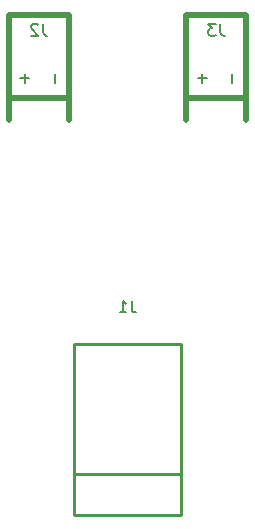
<source format=gbr>
G04 #@! TF.GenerationSoftware,KiCad,Pcbnew,(5.0.2)-1*
G04 #@! TF.CreationDate,2021-08-06T22:30:59+01:00*
G04 #@! TF.ProjectId,CN-BA3-03-03-kicad,434e2d42-4133-42d3-9033-2d30332d6b69,rev?*
G04 #@! TF.SameCoordinates,Original*
G04 #@! TF.FileFunction,Legend,Bot*
G04 #@! TF.FilePolarity,Positive*
%FSLAX46Y46*%
G04 Gerber Fmt 4.6, Leading zero omitted, Abs format (unit mm)*
G04 Created by KiCad (PCBNEW (5.0.2)-1) date 06/08/2021 22:30:59*
%MOMM*%
%LPD*%
G01*
G04 APERTURE LIST*
%ADD10C,0.250000*%
%ADD11C,0.500000*%
%ADD12C,0.150000*%
G04 APERTURE END LIST*
D10*
G04 #@! TO.C,J1*
X4500880Y-17700500D02*
X-4500880Y-17700500D01*
X4500880Y-21200620D02*
X-4500880Y-21200620D01*
X-4500880Y-21200620D02*
X-4500880Y-6699760D01*
X-4500880Y-6699760D02*
X4500880Y-6699760D01*
X4500880Y-6699760D02*
X4500880Y-21200620D01*
D11*
G04 #@! TO.C,J2*
X-10040000Y12205000D02*
X-10040000Y21095000D01*
X-4960000Y14110000D02*
X-10040000Y14110000D01*
X-10040000Y21095000D02*
X-4960000Y21095000D01*
X-4960000Y12205000D02*
X-4960000Y21095000D01*
G04 #@! TO.C,J3*
X10040000Y12205000D02*
X10040000Y21095000D01*
X4960000Y21095000D02*
X10040000Y21095000D01*
X10040000Y14110000D02*
X4960000Y14110000D01*
X4960000Y12205000D02*
X4960000Y21095000D01*
G04 #@! TO.C,J1*
D12*
X333333Y-3053340D02*
X333333Y-3767626D01*
X380952Y-3910483D01*
X476190Y-4005721D01*
X619047Y-4053340D01*
X714285Y-4053340D01*
X-666666Y-4053340D02*
X-95238Y-4053340D01*
X-380952Y-4053340D02*
X-380952Y-3053340D01*
X-285714Y-3196198D01*
X-190476Y-3291436D01*
X-95238Y-3339055D01*
G04 #@! TO.C,J2*
X-7166666Y20372619D02*
X-7166666Y19658333D01*
X-7119047Y19515476D01*
X-7023809Y19420238D01*
X-6880952Y19372619D01*
X-6785714Y19372619D01*
X-7595238Y20277380D02*
X-7642857Y20325000D01*
X-7738095Y20372619D01*
X-7976190Y20372619D01*
X-8071428Y20325000D01*
X-8119047Y20277380D01*
X-8166666Y20182142D01*
X-8166666Y20086904D01*
X-8119047Y19944047D01*
X-7547619Y19372619D01*
X-8166666Y19372619D01*
X-8698571Y16141952D02*
X-8698571Y15380047D01*
X-8317619Y15761000D02*
X-9079523Y15761000D01*
X-6158571Y16141952D02*
X-6158571Y15380047D01*
G04 #@! TO.C,J3*
X7833333Y20372619D02*
X7833333Y19658333D01*
X7880952Y19515476D01*
X7976190Y19420238D01*
X8119047Y19372619D01*
X8214285Y19372619D01*
X7452380Y20372619D02*
X6833333Y20372619D01*
X7166666Y19991666D01*
X7023809Y19991666D01*
X6928571Y19944047D01*
X6880952Y19896428D01*
X6833333Y19801190D01*
X6833333Y19563095D01*
X6880952Y19467857D01*
X6928571Y19420238D01*
X7023809Y19372619D01*
X7309523Y19372619D01*
X7404761Y19420238D01*
X7452380Y19467857D01*
X8841428Y16141952D02*
X8841428Y15380047D01*
X6301428Y16141952D02*
X6301428Y15380047D01*
X6682380Y15761000D02*
X5920476Y15761000D01*
G04 #@! TD*
M02*

</source>
